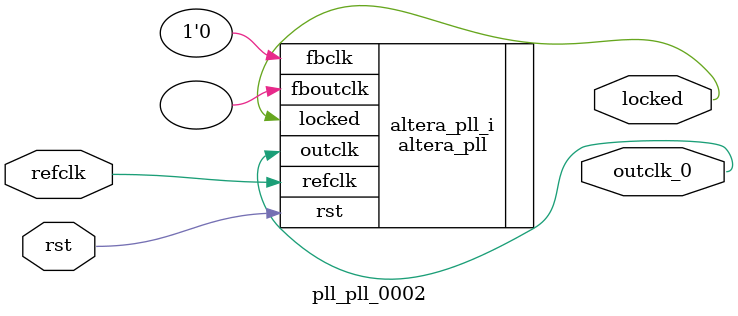
<source format=v>
`timescale 1ns/10ps
module  pll_pll_0002(

	// interface 'refclk'
	input wire refclk,

	// interface 'reset'
	input wire rst,

	// interface 'outclk0'
	output wire outclk_0,

	// interface 'locked'
	output wire locked
);

	altera_pll #(
		.fractional_vco_multiplier("false"),
		.reference_clock_frequency("50.0 MHz"),
		.operation_mode("direct"),
		.number_of_clocks(1),
		.output_clock_frequency0("10.000000 MHz"),
		.phase_shift0("0 ps"),
		.duty_cycle0(50),
		.output_clock_frequency1("0 MHz"),
		.phase_shift1("0 ps"),
		.duty_cycle1(50),
		.output_clock_frequency2("0 MHz"),
		.phase_shift2("0 ps"),
		.duty_cycle2(50),
		.output_clock_frequency3("0 MHz"),
		.phase_shift3("0 ps"),
		.duty_cycle3(50),
		.output_clock_frequency4("0 MHz"),
		.phase_shift4("0 ps"),
		.duty_cycle4(50),
		.output_clock_frequency5("0 MHz"),
		.phase_shift5("0 ps"),
		.duty_cycle5(50),
		.output_clock_frequency6("0 MHz"),
		.phase_shift6("0 ps"),
		.duty_cycle6(50),
		.output_clock_frequency7("0 MHz"),
		.phase_shift7("0 ps"),
		.duty_cycle7(50),
		.output_clock_frequency8("0 MHz"),
		.phase_shift8("0 ps"),
		.duty_cycle8(50),
		.output_clock_frequency9("0 MHz"),
		.phase_shift9("0 ps"),
		.duty_cycle9(50),
		.output_clock_frequency10("0 MHz"),
		.phase_shift10("0 ps"),
		.duty_cycle10(50),
		.output_clock_frequency11("0 MHz"),
		.phase_shift11("0 ps"),
		.duty_cycle11(50),
		.output_clock_frequency12("0 MHz"),
		.phase_shift12("0 ps"),
		.duty_cycle12(50),
		.output_clock_frequency13("0 MHz"),
		.phase_shift13("0 ps"),
		.duty_cycle13(50),
		.output_clock_frequency14("0 MHz"),
		.phase_shift14("0 ps"),
		.duty_cycle14(50),
		.output_clock_frequency15("0 MHz"),
		.phase_shift15("0 ps"),
		.duty_cycle15(50),
		.output_clock_frequency16("0 MHz"),
		.phase_shift16("0 ps"),
		.duty_cycle16(50),
		.output_clock_frequency17("0 MHz"),
		.phase_shift17("0 ps"),
		.duty_cycle17(50),
		.pll_type("General"),
		.pll_subtype("General")
	) altera_pll_i (
		.rst	(rst),
		.outclk	({outclk_0}),
		.locked	(locked),
		.fboutclk	( ),
		.fbclk	(1'b0),
		.refclk	(refclk)
	);
endmodule


</source>
